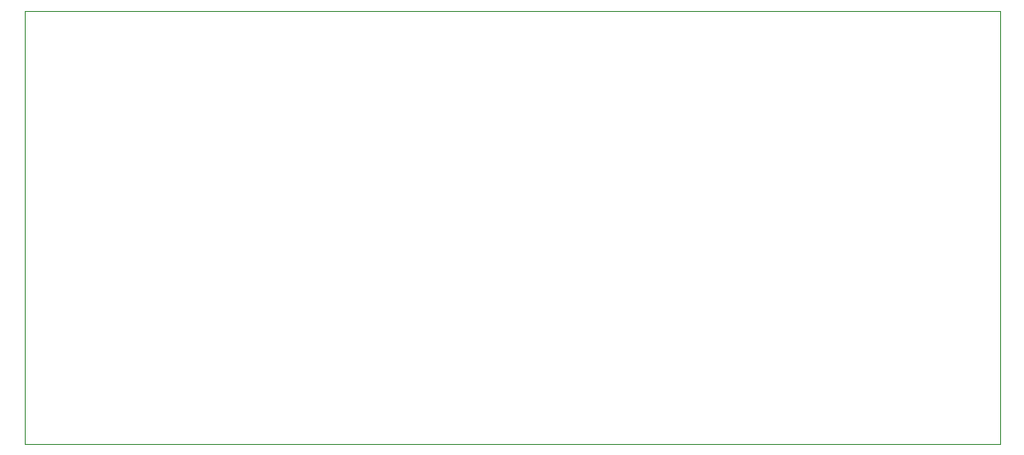
<source format=gbr>
%FSLAX34Y34*%
%MOMM*%
%LNOUTLINE*%
G71*
G01*
%ADD10C,0.002*%
%LPD*%
G54D10*
X0Y400000D02*
X900000Y400000D01*
X900000Y0D01*
X0Y0D01*
X0Y400000D01*
M02*

</source>
